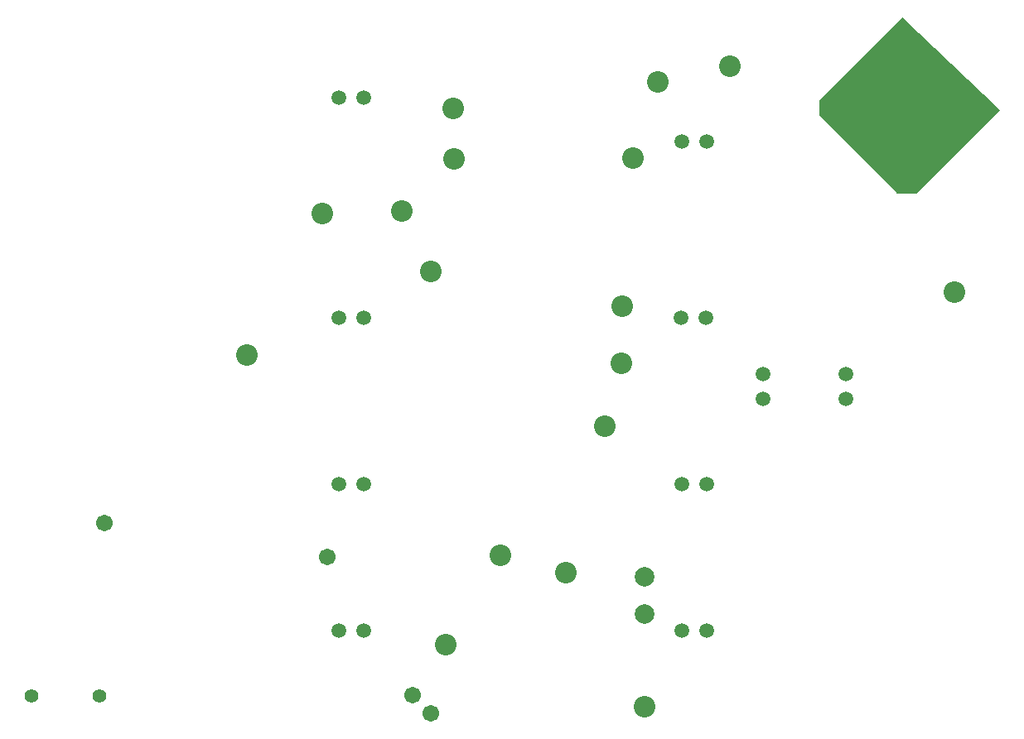
<source format=gbs>
G04*
G04 #@! TF.GenerationSoftware,Altium Limited,Altium Designer,22.6.1 (34)*
G04*
G04 Layer_Color=16711935*
%FSLAX44Y44*%
%MOMM*%
G71*
G04*
G04 #@! TF.SameCoordinates,B2E29BDE-533A-453F-A1E7-46E19EE0E789*
G04*
G04*
G04 #@! TF.FilePolarity,Negative*
G04*
G01*
G75*
%ADD50C,1.5032*%
%ADD51C,1.4032*%
%ADD52C,2.2032*%
%ADD53C,2.0032*%
%ADD54C,1.7032*%
G36*
X828222Y677135D02*
X908222Y597135D01*
X928222D01*
X1013222Y682135D01*
X913222Y777135D01*
X828222Y692135D01*
Y677135D01*
D02*
G37*
D50*
X856000Y387100D02*
D03*
Y412500D02*
D03*
X771000Y387100D02*
D03*
Y412500D02*
D03*
X687600Y650000D02*
D03*
X713000D02*
D03*
X712922Y470077D02*
D03*
X687522D02*
D03*
X337350Y300000D02*
D03*
X362750D02*
D03*
X362650Y150000D02*
D03*
X337250D02*
D03*
X687600Y300000D02*
D03*
X713000D02*
D03*
X687600Y150000D02*
D03*
X713000D02*
D03*
X362650Y470000D02*
D03*
X337250D02*
D03*
X362650Y695000D02*
D03*
X337250D02*
D03*
D51*
X93121Y82666D02*
D03*
X23121D02*
D03*
D52*
X320408Y576184D02*
D03*
X966431Y496098D02*
D03*
X663126Y711040D02*
D03*
X626417Y422952D02*
D03*
X638219Y632952D02*
D03*
X402185Y579009D02*
D03*
X455454Y632783D02*
D03*
X454676Y684042D02*
D03*
X649746Y71876D02*
D03*
X243703Y431374D02*
D03*
X627431Y481873D02*
D03*
X431267Y517146D02*
D03*
X502644Y226795D02*
D03*
X447016Y135535D02*
D03*
X737131Y726879D02*
D03*
X609224Y358714D02*
D03*
X569224Y208714D02*
D03*
D53*
X650287Y167122D02*
D03*
Y205122D02*
D03*
D54*
X431408Y65383D02*
D03*
X413200Y83591D02*
D03*
X98000Y260000D02*
D03*
X325181Y224941D02*
D03*
M02*

</source>
